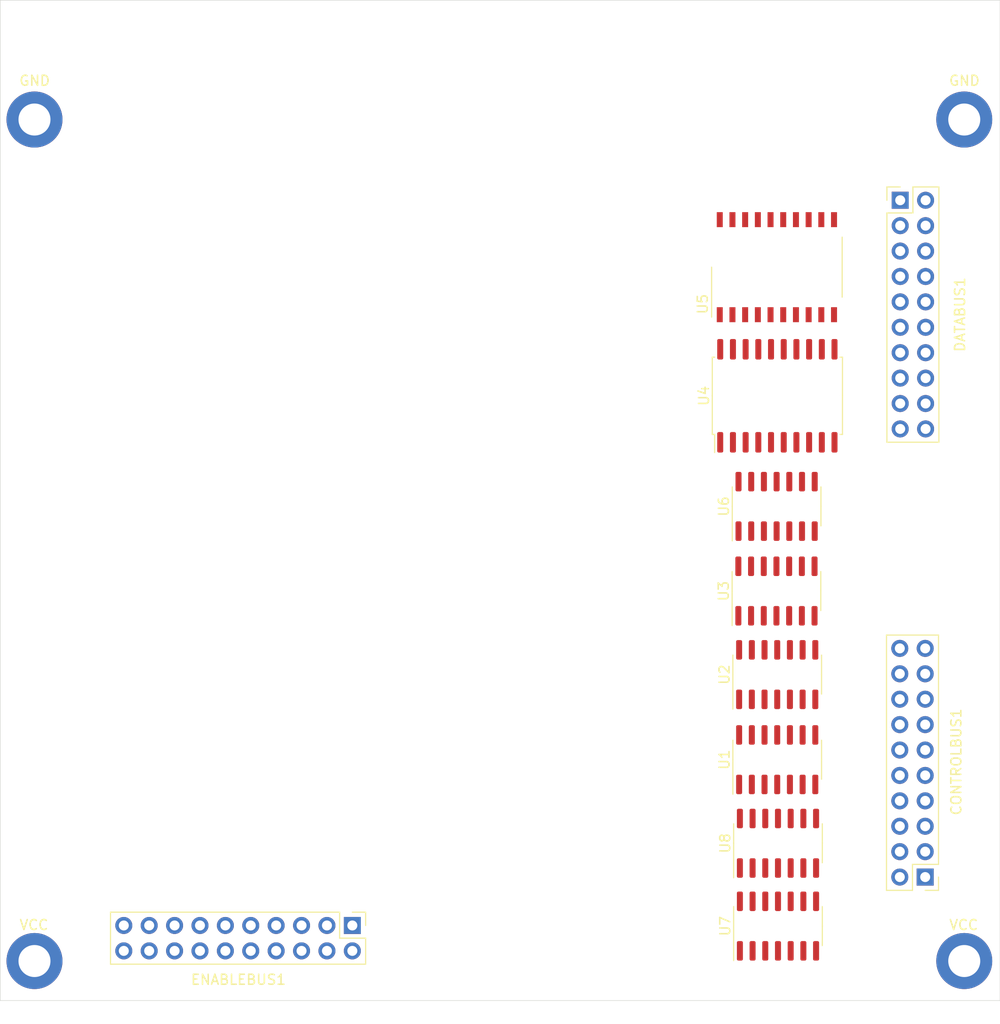
<source format=kicad_pcb>
(kicad_pcb (version 20211014) (generator pcbnew)
  (layers (0 "F.Cu" signal) (1 "In1.Cu" signal) (2 "In2.Cu" signal) (31 "B.Cu" signal) (34 "B.Paste" user) (35 "F.Paste" user) (36 "B.SilkS" user "B.Silkscreen") (37 "F.SilkS" user "F.Silkscreen") (38 "B.Mask" user) (39 "F.Mask" user) (44 "Edge.Cuts" user))
  (net 0 "")
  (net 1 "TASTART")
  (net 2 "PB6ON")
  (net 3 "CNT")
  (net 4 "PB7ON")
  (net 5 "SP")
  (net 6 "TAOUT")
  (net 7 "PHI2")
  (net 8 "TBOUT")
  (net 9 "~{FLAG}")
  (net 10 "SPMODE")
  (net 11 "TOD")
  (net 12 "TODIN")
  (net 13 "TAPULSE")
  (net 14 "ALARM")
  (net 15 "TBPULSE")
  (net 16 "ENABLE_NAND")
  (net 17 "TODIRQ")
  (net 18 "TARUNMODE")
  (net 19 "~{IRQ}")
  (net 20 "~{RES}")
  (net 21 "DZ2")
  (net 22 "DZ6")
  (net 23 "DZ5")
  (net 24 "DZ1")
  (net 25 "DZ3")
  (net 26 "DZ7")
  (net 27 "DZ4")
  (net 28 "DZ0")
  (net 29 "VCC")
  (net 30 "GND")
  (net 31 "D0")
  (net 32 "D1")
  (net 33 "D2")
  (net 34 "D3")
  (net 35 "D4")
  (net 36 "D5")
  (net 37 "D6")
  (net 38 "D7")
  (net 39 "~{EN6}")
  (net 40 "~{EN5}")
  (net 41 "~{EN7}")
  (net 42 "~{EN4}")
  (net 43 "~{EN14}")
  (net 44 "~{EN13}")
  (net 45 "~{EN12}")
  (net 46 "~{EN11}")
  (net 47 "~{EN10}")
  (net 48 "~{EN9}")
  (net 49 "~{EN8}")
  (net 50 "~{EN15}")
  (net 51 "/~{PHI2}")
  (net 75 "Net-(U2-Pad13)")
  (net 76 "/crega/~{WE14}")
  (net 77 "/crega/~{OE14}")
  (net 80 "/TAOUTMODE")
  (net 81 "/TAINMODE")
  (net 82 "Net-(U8-Pad1)")
  (net 87 "/TALOAD")
  (net 103 "Net-(U2-Pad4)")
  (net 104 "/crega/TAUNDERFLOW")
  (net 105 "Net-(U6-Pad1)")
  (net 106 "Net-(U3-Pad5)")
  (net 107 "Net-(U6-Pad11)")
  (net 108 "Net-(U7-Pad2)")
  (footprint "Package_SO:SOIC-14_3.9x8.7mm_P1.27mm" (layer "F.Cu") (at 177.622 104.066 90)
    (fp_text reference "U3" (at 0 -5.28 90) (layer "F.SilkS"))
    (fp_text value "74HC32")
    (fp_line (start 0 -4.435) (end -3.45 -4.435) (layer "F.SilkS") (width 0.12))
    (fp_line (start 0 4.435) (end 1.95 4.435) (layer "F.SilkS") (width 0.12))
    (fp_line (start 0 -4.435) (end 1.95 -4.435) (layer "F.SilkS") (width 0.12))
    (fp_line (start 0 4.435) (end -1.95 4.435) (layer "F.SilkS") (width 0.12))
    (pad "1" smd roundrect locked (at -2.475 -3.81 90) (size 1.95 0.6) (layers "F.Cu" "F.Paste" "F.Mask") (net 43 "~{EN14}"))
    (pad "2" smd roundrect locked (at -2.475 -2.54 90) (size 1.95 0.6) (layers "F.Cu" "F.Paste" "F.Mask") (net 16 "ENABLE_NAND"))
    (pad "3" smd roundrect locked (at -2.475 -1.27 90) (size 1.95 0.6) (layers "F.Cu" "F.Paste" "F.Mask") (net 77 "/crega/~{OE14}"))
    (pad "4" smd roundrect locked (at -2.475 0 90) (size 1.95 0.6) (layers "F.Cu" "F.Paste" "F.Mask") (net 18 "TARUNMODE"))
    (pad "5" smd roundrect locked (at -2.475 1.27 90) (size 1.95 0.6) (layers "F.Cu" "F.Paste" "F.Mask") (net 106 "Net-(U3-Pad5)"))
    (pad "6" smd roundrect locked (at -2.475 2.54 90) (size 1.95 0.6) (layers "F.Cu" "F.Paste" "F.Mask") (net 103 "Net-(U2-Pad4)"))
    (pad "7" smd roundrect locked (at -2.475 3.81 90) (size 1.95 0.6) (layers "F.Cu" "F.Paste" "F.Mask"))
    (pad "8" smd roundrect locked (at 2.475 3.81 90) (size 1.95 0.6) (layers "F.Cu" "F.Paste" "F.Mask"))
    (pad "9" smd roundrect locked (at 2.475 2.54 90) (size 1.95 0.6) (layers "F.Cu" "F.Paste" "F.Mask"))
    (pad "10" smd roundrect locked (at 2.475 1.27 90) (size 1.95 0.6) (layers "F.Cu" "F.Paste" "F.Mask"))
    (pad "11" smd roundrect locked (at 2.475 0 90) (size 1.95 0.6) (layers "F.Cu" "F.Paste" "F.Mask"))
    (pad "12" smd roundrect locked (at 2.475 -1.27 90) (size 1.95 0.6) (layers "F.Cu" "F.Paste" "F.Mask"))
    (pad "13" smd roundrect locked (at 2.475 -2.54 90) (size 1.95 0.6) (layers "F.Cu" "F.Paste" "F.Mask"))
    (pad "14" smd roundrect locked (at 2.475 -3.81 90) (size 1.95 0.6) (layers "F.Cu" "F.Paste" "F.Mask"))
  )
  (footprint "MountingHole:MountingHole_2.2mm_M2_DIN965_Pad" (layer "F.Cu") (at 196.406802 56.930538)
    (fp_text reference "GND1" hide)
    (fp_text value "GND" (at 0.018198 -3.880538 180) (layer "F.SilkS"))
    (pad "GND" thru_hole circle locked (at 0 0) (size 5.6 5.6) (drill 3.2) (layers *.Cu *.Mask) (net 30 "GND"))
  )
  (footprint "MountingHole:MountingHole_2.2mm_M2_DIN965_Pad" (layer "F.Cu") (at 103.406802 56.930538)
    (fp_text reference "GND1" hide)
    (fp_text value "GND" (at 0.018198 -3.880538 180) (layer "F.SilkS"))
    (pad "GND" thru_hole circle locked (at 0 0) (size 5.6 5.6) (drill 3.2) (layers *.Cu *.Mask))
  )
  (footprint "MountingHole:MountingHole_2.2mm_M2_DIN965_Pad" (layer "F.Cu") (at 196.406802 141.055538)
    (fp_text reference "VCC1" hide)
    (fp_text value "VCC" (at -0.056802 -3.605538) (layer "F.SilkS"))
    (pad "VCC" thru_hole circle locked (at 0 0) (size 5.6 5.6) (drill 3.2) (layers *.Cu *.Mask) (net 29 "VCC"))
  )
  (footprint "Package_SO:SOIC-14_3.9x8.7mm_P1.27mm" (layer "F.Cu") (at 177.698 112.42 90)
    (fp_text reference "U2" (at 0 -5.28 90) (layer "F.SilkS"))
    (fp_text value "74HC00")
    (fp_line (start 0 -4.435) (end 1.95 -4.435) (layer "F.SilkS") (width 0.12))
    (fp_line (start 0 4.435) (end -1.95 4.435) (layer "F.SilkS") (width 0.12))
    (fp_line (start 0 -4.435) (end -3.45 -4.435) (layer "F.SilkS") (width 0.12))
    (fp_line (start 0 4.435) (end 1.95 4.435) (layer "F.SilkS") (width 0.12))
    (pad "1" smd roundrect locked (at -2.475 -3.81 90) (size 1.95 0.6) (layers "F.Cu" "F.Paste" "F.Mask") (net 20 "~{RES}"))
    (pad "2" smd roundrect locked (at -2.475 -2.54 90) (size 1.95 0.6) (layers "F.Cu" "F.Paste" "F.Mask") (net 43 "~{EN14}"))
    (pad "3" smd roundrect locked (at -2.475 -1.27 90) (size 1.95 0.6) (layers "F.Cu" "F.Paste" "F.Mask") (net 75 "Net-(U2-Pad13)"))
    (pad "4" smd roundrect locked (at -2.475 0 90) (size 1.95 0.6) (layers "F.Cu" "F.Paste" "F.Mask") (net 103 "Net-(U2-Pad4)"))
    (pad "5" smd roundrect locked (at -2.475 1.27 90) (size 1.95 0.6) (layers "F.Cu" "F.Paste" "F.Mask") (net 104 "/crega/TAUNDERFLOW"))
    (pad "6" smd roundrect locked (at -2.475 2.54 90) (size 1.95 0.6) (layers "F.Cu" "F.Paste" "F.Mask") (net 105 "Net-(U6-Pad1)"))
    (pad "7" smd roundrect locked (at -2.475 3.81 90) (size 1.95 0.6) (layers "F.Cu" "F.Paste" "F.Mask"))
    (pad "8" smd roundrect locked (at 2.475 3.81 90) (size 1.95 0.6) (layers "F.Cu" "F.Paste" "F.Mask"))
    (pad "9" smd roundrect locked (at 2.475 2.54 90) (size 1.95 0.6) (layers "F.Cu" "F.Paste" "F.Mask"))
    (pad "10" smd roundrect locked (at 2.475 1.27 90) (size 1.95 0.6) (layers "F.Cu" "F.Paste" "F.Mask"))
    (pad "11" smd roundrect locked (at 2.475 0 90) (size 1.95 0.6) (layers "F.Cu" "F.Paste" "F.Mask") (net 76 "/crega/~{WE14}"))
    (pad "12" smd roundrect locked (at 2.475 -1.27 90) (size 1.95 0.6) (layers "F.Cu" "F.Paste" "F.Mask") (net 16 "ENABLE_NAND"))
    (pad "13" smd roundrect locked (at 2.475 -2.54 90) (size 1.95 0.6) (layers "F.Cu" "F.Paste" "F.Mask") (net 75 "Net-(U2-Pad13)"))
    (pad "14" smd roundrect locked (at 2.475 -3.81 90) (size 1.95 0.6) (layers "F.Cu" "F.Paste" "F.Mask"))
  )
  (footprint "Package_SO:SOIC-14_3.9x8.7mm_P1.27mm" (layer "F.Cu") (at 177.698 120.927 90)
    (fp_text reference "U1" (at 0 -5.28 90) (layer "F.SilkS"))
    (fp_text value "74HC04")
    (fp_line (start 0 -4.435) (end -3.45 -4.435) (layer "F.SilkS") (width 0.12))
    (fp_line (start 0 4.435) (end 1.95 4.435) (layer "F.SilkS") (width 0.12))
    (fp_line (start 0 -4.435) (end 1.95 -4.435) (layer "F.SilkS") (width 0.12))
    (fp_line (start 0 4.435) (end -1.95 4.435) (layer "F.SilkS") (width 0.12))
    (pad "1" smd roundrect locked (at -2.475 -3.81 90) (size 1.95 0.6) (layers "F.Cu" "F.Paste" "F.Mask") (net 7 "PHI2"))
    (pad "2" smd roundrect locked (at -2.475 -2.54 90) (size 1.95 0.6) (layers "F.Cu" "F.Paste" "F.Mask") (net 51 "/~{PHI2}"))
    (pad "3" smd roundrect locked (at -2.475 -1.27 90) (size 1.95 0.6) (layers "F.Cu" "F.Paste" "F.Mask"))
    (pad "4" smd roundrect locked (at -2.475 0 90) (size 1.95 0.6) (layers "F.Cu" "F.Paste" "F.Mask"))
    (pad "5" smd roundrect locked (at -2.475 1.27 90) (size 1.95 0.6) (layers "F.Cu" "F.Paste" "F.Mask"))
    (pad "6" smd roundrect locked (at -2.475 2.54 90) (size 1.95 0.6) (layers "F.Cu" "F.Paste" "F.Mask"))
    (pad "7" smd roundrect locked (at -2.475 3.81 90) (size 1.95 0.6) (layers "F.Cu" "F.Paste" "F.Mask"))
    (pad "8" smd roundrect locked (at 2.475 3.81 90) (size 1.95 0.6) (layers "F.Cu" "F.Paste" "F.Mask"))
    (pad "9" smd roundrect locked (at 2.475 2.54 90) (size 1.95 0.6) (layers "F.Cu" "F.Paste" "F.Mask"))
    (pad "10" smd roundrect locked (at 2.475 1.27 90) (size 1.95 0.6) (layers "F.Cu" "F.Paste" "F.Mask") (net 82 "Net-(U8-Pad1)"))
    (pad "11" smd roundrect locked (at 2.475 0 90) (size 1.95 0.6) (layers "F.Cu" "F.Paste" "F.Mask") (net 76 "/crega/~{WE14}"))
    (pad "12" smd roundrect locked (at 2.475 -1.27 90) (size 1.95 0.6) (layers "F.Cu" "F.Paste" "F.Mask"))
    (pad "13" smd roundrect locked (at 2.475 -2.54 90) (size 1.95 0.6) (layers "F.Cu" "F.Paste" "F.Mask"))
    (pad "14" smd roundrect locked (at 2.475 -3.81 90) (size 1.95 0.6) (layers "F.Cu" "F.Paste" "F.Mask"))
  )
  (footprint "Connector_PinHeader_2.54mm:PinHeader_2x10_P2.54mm_Vertical" (layer "F.Cu") (at 190 65)
    (fp_text reference "DATABUS1" (at 5.979405 11.433523 90) (layer "F.SilkS"))
    (fp_text value "Conn_02x10_Odd_Even")
    (fp_line (start 3.87 -1.33) (end 3.87 24.19) (layer "F.SilkS") (width 0.12))
    (fp_line (start -1.33 0) (end -1.33 -1.33) (layer "F.SilkS") (width 0.12))
    (fp_line (start -1.33 1.27) (end 1.27 1.27) (layer "F.SilkS") (width 0.12))
    (fp_line (start 1.27 -1.33) (end 3.87 -1.33) (layer "F.SilkS") (width 0.12))
    (fp_line (start -1.33 -1.33) (end 0 -1.33) (layer "F.SilkS") (width 0.12))
    (fp_line (start -1.33 1.27) (end -1.33 24.19) (layer "F.SilkS") (width 0.12))
    (fp_line (start 1.27 1.27) (end 1.27 -1.33) (layer "F.SilkS") (width 0.12))
    (fp_line (start -1.33 24.19) (end 3.87 24.19) (layer "F.SilkS") (width 0.12))
    (pad "1" thru_hole rect locked (at 0 0) (size 1.7 1.7) (drill 1) (layers *.Cu *.Mask) (net 38 "D7"))
    (pad "2" thru_hole oval locked (at 2.54 0) (size 1.7 1.7) (drill 1) (layers *.Cu *.Mask) (net 37 "D6"))
    (pad "3" thru_hole oval locked (at 0 2.54) (size 1.7 1.7) (drill 1) (layers *.Cu *.Mask) (net 36 "D5"))
    (pad "4" thru_hole oval locked (at 2.54 2.54) (size 1.7 1.7) (drill 1) (layers *.Cu *.Mask) (net 35 "D4"))
    (pad "5" thru_hole oval locked (at 0 5.08) (size 1.7 1.7) (drill 1) (layers *.Cu *.Mask) (net 34 "D3"))
    (pad "6" thru_hole oval locked (at 2.54 5.08) (size 1.7 1.7) (drill 1) (layers *.Cu *.Mask) (net 33 "D2"))
    (pad "7" thru_hole oval locked (at 0 7.62) (size 1.7 1.7) (drill 1) (layers *.Cu *.Mask) (net 32 "D1"))
    (pad "8" thru_hole oval locked (at 2.54 7.62) (size 1.7 1.7) (drill 1) (layers *.Cu *.Mask) (net 31 "D0"))
    (pad "9" thru_hole oval locked (at 0 10.16) (size 1.7 1.7) (drill 1) (layers *.Cu *.Mask) (net 29 "VCC"))
    (pad "10" thru_hole oval locked (at 2.54 10.16) (size 1.7 1.7) (drill 1) (layers *.Cu *.Mask) (net 30 "GND"))
    (pad "11" thru_hole oval locked (at 0 12.7) (size 1.7 1.7) (drill 1) (layers *.Cu *.Mask) (net 29 "VCC"))
    (pad "12" thru_hole oval locked (at 2.54 12.7) (size 1.7 1.7) (drill 1) (layers *.Cu *.Mask) (net 30 "GND"))
    (pad "13" thru_hole oval locked (at 0 15.24) (size 1.7 1.7) (drill 1) (layers *.Cu *.Mask) (net 28 "DZ0"))
    (pad "14" thru_hole oval locked (at 2.54 15.24) (size 1.7 1.7) (drill 1) (layers *.Cu *.Mask) (net 27 "DZ4"))
    (pad "15" thru_hole oval locked (at 0 17.78) (size 1.7 1.7) (drill 1) (layers *.Cu *.Mask) (net 26 "DZ7"))
    (pad "16" thru_hole oval locked (at 2.54 17.78) (size 1.7 1.7) (drill 1) (layers *.Cu *.Mask) (net 25 "DZ3"))
    (pad "17" thru_hole oval locked (at 0 20.32) (size 1.7 1.7) (drill 1) (layers *.Cu *.Mask) (net 24 "DZ1"))
    (pad "18" thru_hole oval locked (at 2.54 20.32) (size 1.7 1.7) (drill 1) (layers *.Cu *.Mask) (net 23 "DZ5"))
    (pad "19" thru_hole oval locked (at 0 22.86) (size 1.7 1.7) (drill 1) (layers *.Cu *.Mask) (net 22 "DZ6"))
    (pad "20" thru_hole oval locked (at 2.54 22.86) (size 1.7 1.7) (drill 1) (layers *.Cu *.Mask) (net 21 "DZ2"))
  )
  (footprint "Package_SO:SO-20_12.8x7.5mm_P1.27mm" (layer "F.Cu") (at 177.665 71.689 90)
    (fp_text reference "U5" (at -3.69 -7.42 90) (layer "F.SilkS"))
    (fp_text value "74HC244")
    (fp_line (start -5 -6.53) (end 0 -6.53) (layer "F.SilkS") (width 0.12))
    (fp_line (start -3 6.53) (end 3 6.53) (layer "F.SilkS") (width 0.12))
    (pad "1" smd rect locked (at -4.75 -5.715 90) (size 1.5 0.6) (layers "F.Cu" "F.Paste" "F.Mask") (net 77 "/crega/~{OE14}"))
    (pad "2" smd rect locked (at -4.75 -4.445 90) (size 1.5 0.6) (layers "F.Cu" "F.Paste" "F.Mask") (net 1 "TASTART"))
    (pad "3" smd rect locked (at -4.75 -3.175 90) (size 1.5 0.6) (layers "F.Cu" "F.Paste" "F.Mask") (net 35 "D4"))
    (pad "4" smd rect locked (at -4.75 -1.905 90) (size 1.5 0.6) (layers "F.Cu" "F.Paste" "F.Mask") (net 2 "PB6ON"))
    (pad "5" smd rect locked (at -4.75 -0.635 90) (size 1.5 0.6) (layers "F.Cu" "F.Paste" "F.Mask") (net 36 "D5"))
    (pad "6" smd rect locked (at -4.75 0.635 90) (size 1.5 0.6) (layers "F.Cu" "F.Paste" "F.Mask") (net 80 "/TAOUTMODE"))
    (pad "7" smd rect locked (at -4.75 1.905 90) (size 1.5 0.6) (layers "F.Cu" "F.Paste" "F.Mask") (net 37 "D6"))
    (pad "8" smd rect locked (at -4.75 3.175 90) (size 1.5 0.6) (layers "F.Cu" "F.Paste" "F.Mask") (net 18 "TARUNMODE"))
    (pad "9" smd rect locked (at -4.75 4.445 90) (size 1.5 0.6) (layers "F.Cu" "F.Paste" "F.Mask") (net 38 "D7"))
    (pad "10" smd rect locked (at -4.75 5.715 90) (size 1.5 0.6) (layers "F.Cu" "F.Paste" "F.Mask") (net 30 "GND"))
    (pad "11" smd rect locked (at 4.75 5.715 90) (size 1.5 0.6) (layers "F.Cu" "F.Paste" "F.Mask") (net 12 "TODIN"))
    (pad "12" smd rect locked (at 4.75 4.445 90) (size 1.5 0.6) (layers "F.Cu" "F.Paste" "F.Mask") (net 34 "D3"))
    (pad "13" smd rect locked (at 4.75 3.175 90) (size 1.5 0.6) (layers "F.Cu" "F.Paste" "F.Mask") (net 10 "SPMODE"))
    (pad "14" smd rect locked (at 4.75 1.905 90) (size 1.5 0.6) (layers "F.Cu" "F.Paste" "F.Mask") (net 33 "D2"))
    (pad "15" smd rect locked (at 4.75 0.635 90) (size 1.5 0.6) (layers "F.Cu" "F.Paste" "F.Mask") (net 81 "/TAINMODE"))
    (pad "16" smd rect locked (at 4.75 -0.635 90) (size 1.5 0.6) (layers "F.Cu" "F.Paste" "F.Mask") (net 32 "D1"))
    (pad "17" smd rect locked (at 4.75 -1.905 90) (size 1.5 0.6) (layers "F.Cu" "F.Paste" "F.Mask") (net 30 "GND"))
    (pad "18" smd rect locked (at 4.75 -3.175 90) (size 1.5 0.6) (layers "F.Cu" "F.Paste" "F.Mask") (net 31 "D0"))
    (pad "19" smd rect locked (at 4.75 -4.445 90) (size 1.5 0.6) (layers "F.Cu" "F.Paste" "F.Mask") (net 77 "/crega/~{OE14}"))
    (pad "20" smd rect locked (at 4.75 -5.715 90) (size 1.5 0.6) (layers "F.Cu" "F.Paste" "F.Mask") (net 29 "VCC"))
  )
  (footprint "Connector_PinHeader_2.54mm:PinHeader_2x10_P2.54mm_Vertical" (layer "F.Cu") (at 192.5 132.66 180)
    (fp_text reference "CONTROLBUS1" (at -3.106867 11.512027 270) (layer "F.SilkS"))
    (fp_text value "Conn_02x10_Odd_Even")
    (fp_line (start 3.87 -1.33) (end 3.87 24.19) (layer "F.SilkS") (width 0.12))
    (fp_line (start -1.33 24.19) (end 3.87 24.19) (layer "F.SilkS") (width 0.12))
    (fp_line (start 1.27 1.27) (end 1.27 -1.33) (layer "F.SilkS") (width 0.12))
    (fp_line (start -1.33 -1.33) (end 0 -1.33) (layer "F.SilkS") (width 0.12))
    (fp_line (start 1.27 -1.33) (end 3.87 -1.33) (layer "F.SilkS") (width 0.12))
    (fp_line (start -1.33 0) (end -1.33 -1.33) (layer "F.SilkS") (width 0.12))
    (fp_line (start -1.33 1.27) (end -1.33 24.19) (layer "F.SilkS") (width 0.12))
    (fp_line (start -1.33 1.27) (end 1.27 1.27) (layer "F.SilkS") (width 0.12))
    (pad "1" thru_hole rect locked (at 0 0 180) (size 1.7 1.7) (drill 1) (layers *.Cu *.Mask) (net 1 "TASTART"))
    (pad "2" thru_hole oval locked (at 2.54 0 180) (size 1.7 1.7) (drill 1) (layers *.Cu *.Mask) (net 2 "PB6ON"))
    (pad "3" thru_hole oval locked (at 0 2.54 180) (size 1.7 1.7) (drill 1) (layers *.Cu *.Mask) (net 3 "CNT"))
    (pad "4" thru_hole oval locked (at 2.54 2.54 180) (size 1.7 1.7) (drill 1) (layers *.Cu *.Mask) (net 4 "PB7ON"))
    (pad "5" thru_hole oval locked (at 0 5.08 180) (size 1.7 1.7) (drill 1) (layers *.Cu *.Mask) (net 5 "SP"))
    (pad "6" thru_hole oval locked (at 2.54 5.08 180) (size 1.7 1.7) (drill 1) (layers *.Cu *.Mask) (net 6 "TAOUT"))
    (pad "7" thru_hole oval locked (at 0 7.62 180) (size 1.7 1.7) (drill 1) (layers *.Cu *.Mask) (net 7 "PHI2"))
    (pad "8" thru_hole oval locked (at 2.54 7.62 180) (size 1.7 1.7) (drill 1) (layers *.Cu *.Mask) (net 8 "TBOUT"))
    (pad "9" thru_hole oval locked (at 0 10.16 180) (size 1.7 1.7) (drill 1) (layers *.Cu *.Mask) (net 9 "~{FLAG}"))
    (pad "10" thru_hole oval locked (at 2.54 10.16 180) (size 1.7 1.7) (drill 1) (layers *.Cu *.Mask) (net 10 "SPMODE"))
    (pad "11" thru_hole oval locked (at 0 12.7 180) (size 1.7 1.7) (drill 1) (layers *.Cu *.Mask) (net 11 "TOD"))
    (pad "12" thru_hole oval locked (at 2.54 12.7 180) (size 1.7 1.7) (drill 1) (layers *.Cu *.Mask) (net 12 "TODIN"))
    (pad "13" thru_hole oval locked (at 0 15.24 180) (size 1.7 1.7) (drill 1) (layers *.Cu *.Mask) (net 13 "TAPULSE"))
    (pad "14" thru_hole oval locked (at 2.54 15.24 180) (size 1.7 1.7) (drill 1) (layers *.Cu *.Mask) (net 14 "ALARM"))
    (pad "15" thru_hole oval locked (at 0 17.78 180) (size 1.7 1.7) (drill 1) (layers *.Cu *.Mask) (net 15 "TBPULSE"))
    (pad "16" thru_hole oval locked (at 2.54 17.78 180) (size 1.7 1.7) (drill 1) (layers *.Cu *.Mask) (net 16 "ENABLE_NAND"))
    (pad "17" thru_hole oval locked (at 0 20.32 180) (size 1.7 1.7) (drill 1) (layers *.Cu *.Mask) (net 17 "TODIRQ"))
    (pad "18" thru_hole oval locked (at 2.54 20.32 180) (size 1.7 1.7) (drill 1) (layers *.Cu *.Mask) (net 18 "TARUNMODE"))
    (pad "19" thru_hole oval locked (at 0 22.86 180) (size 1.7 1.7) (drill 1) (layers *.Cu *.Mask) (net 19 "~{IRQ}"))
    (pad "20" thru_hole oval locked (at 2.54 22.86 180) (size 1.7 1.7) (drill 1) (layers *.Cu *.Mask) (net 20 "~{RES}"))
  )
  (footprint "MountingHole:MountingHole_2.2mm_M2_DIN965_Pad" (layer "F.Cu") (at 103.406802 141.055538)
    (fp_text reference "VCC1" hide)
    (fp_text value "VCC" (at -0.056802 -3.605538) (layer "F.SilkS"))
    (pad "VCC" thru_hole circle locked (at 0 0) (size 5.6 5.6) (drill 3.2) (layers *.Cu *.Mask))
  )
  (footprint "Package_SO:SO-14_3.9x8.65mm_P1.27mm" (layer "F.Cu") (at 177.637 95.604 90)
    (fp_text reference "U6" (at 0 -5.28 90) (layer "F.SilkS"))
    (fp_text value "74HC74")
    (fp_line (start 0 -4.435) (end -3.45 -4.435) (layer "F.SilkS") (width 0.12))
    (fp_line (start 0 4.435) (end 1.95 4.435) (layer "F.SilkS") (width 0.12))
    (fp_line (start 0 4.435) (end -1.95 4.435) (layer "F.SilkS") (width 0.12))
    (fp_line (start 0 -4.435) (end 1.95 -4.435) (layer "F.SilkS") (width 0.12))
    (pad "1" smd roundrect locked (at -2.475 -3.81 90) (size 1.95 0.6) (layers "F.Cu" "F.Paste" "F.Mask") (net 105 "Net-(U6-Pad1)"))
    (pad "2" smd roundrect locked (at -2.475 -2.54 90) (size 1.95 0.6) (layers "F.Cu" "F.Paste" "F.Mask") (net 28 "DZ0"))
    (pad "3" smd roundrect locked (at -2.475 -1.27 90) (size 1.95 0.6) (layers "F.Cu" "F.Paste" "F.Mask") (net 107 "Net-(U6-Pad11)"))
    (pad "4" smd roundrect locked (at -2.475 0 90) (size 1.95 0.6) (layers "F.Cu" "F.Paste" "F.Mask") (net 29 "VCC"))
    (pad "5" smd roundrect locked (at -2.475 1.27 90) (size 1.95 0.6) (layers "F.Cu" "F.Paste" "F.Mask") (net 1 "TASTART"))
    (pad "6" smd roundrect locked (at -2.475 2.54 90) (size 1.95 0.6) (layers "F.Cu" "F.Paste" "F.Mask"))
    (pad "7" smd roundrect locked (at -2.475 3.81 90) (size 1.95 0.6) (layers "F.Cu" "F.Paste" "F.Mask"))
    (pad "8" smd roundrect locked (at 2.475 3.81 90) (size 1.95 0.6) (layers "F.Cu" "F.Paste" "F.Mask"))
    (pad "9" smd roundrect locked (at 2.475 2.54 90) (size 1.95 0.6) (layers "F.Cu" "F.Paste" "F.Mask") (net 108 "Net-(U7-Pad2)"))
    (pad "10" smd roundrect locked (at 2.475 1.27 90) (size 1.95 0.6) (layers "F.Cu" "F.Paste" "F.Mask") (net 29 "VCC"))
    (pad "11" smd roundrect locked (at 2.475 0 90) (size 1.95 0.6) (layers "F.Cu" "F.Paste" "F.Mask") (net 107 "Net-(U6-Pad11)"))
    (pad "12" smd roundrect locked (at 2.475 -1.27 90) (size 1.95 0.6) (layers "F.Cu" "F.Paste" "F.Mask") (net 27 "DZ4"))
    (pad "13" smd roundrect locked (at 2.475 -2.54 90) (size 1.95 0.6) (layers "F.Cu" "F.Paste" "F.Mask") (net 51 "/~{PHI2}"))
    (pad "14" smd roundrect locked (at 2.475 -3.81 90) (size 1.95 0.6) (layers "F.Cu" "F.Paste" "F.Mask"))
  )
  (footprint "Package_SO:SO-14_3.9x8.65mm_P1.27mm" (layer "F.Cu") (at 177.774 129.282 90)
    (fp_text reference "U8" (at 0 -5.28 90) (layer "F.SilkS"))
    (fp_text value "74HC08")
    (fp_line (start 0 -4.435) (end 1.95 -4.435) (layer "F.SilkS") (width 0.12))
    (fp_line (start 0 4.435) (end -1.95 4.435) (layer "F.SilkS") (width 0.12))
    (fp_line (start 0 -4.435) (end -3.45 -4.435) (layer "F.SilkS") (width 0.12))
    (fp_line (start 0 4.435) (end 1.95 4.435) (layer "F.SilkS") (width 0.12))
    (pad "1" smd roundrect locked (at -2.475 -3.81 90) (size 1.95 0.6) (layers "F.Cu" "F.Paste" "F.Mask") (net 82 "Net-(U8-Pad1)"))
    (pad "2" smd roundrect locked (at -2.475 -2.54 90) (size 1.95 0.6) (layers "F.Cu" "F.Paste" "F.Mask") (net 7 "PHI2"))
    (pad "3" smd roundrect locked (at -2.475 -1.27 90) (size 1.95 0.6) (layers "F.Cu" "F.Paste" "F.Mask") (net 107 "Net-(U6-Pad11)"))
    (pad "4" smd roundrect locked (at -2.475 0 90) (size 1.95 0.6) (layers "F.Cu" "F.Paste" "F.Mask"))
    (pad "5" smd roundrect locked (at -2.475 1.27 90) (size 1.95 0.6) (layers "F.Cu" "F.Paste" "F.Mask"))
    (pad "6" smd roundrect locked (at -2.475 2.54 90) (size 1.95 0.6) (layers "F.Cu" "F.Paste" "F.Mask"))
    (pad "7" smd roundrect locked (at -2.475 3.81 90) (size 1.95 0.6) (layers "F.Cu" "F.Paste" "F.Mask"))
    (pad "8" smd roundrect locked (at 2.475 3.81 90) (size 1.95 0.6) (layers "F.Cu" "F.Paste" "F.Mask"))
    (pad "9" smd roundrect locked (at 2.475 2.54 90) (size 1.95 0.6) (layers "F.Cu" "F.Paste" "F.Mask"))
    (pad "10" smd roundrect locked (at 2.475 1.27 90) (size 1.95 0.6) (layers "F.Cu" "F.Paste" "F.Mask"))
    (pad "11" smd roundrect locked (at 2.475 0 90) (size 1.95 0.6) (layers "F.Cu" "F.Paste" "F.Mask"))
    (pad "12" smd roundrect locked (at 2.475 -1.27 90) (size 1.95 0.6) (layers "F.Cu" "F.Paste" "F.Mask"))
    (pad "13" smd roundrect locked (at 2.475 -2.54 90) (size 1.95 0.6) (layers "F.Cu" "F.Paste" "F.Mask"))
    (pad "14" smd roundrect locked (at 2.475 -3.81 90) (size 1.95 0.6) (layers "F.Cu" "F.Paste" "F.Mask"))
  )
  (footprint "Package_SO:SOIC-20W_7.5x12.8mm_P1.27mm" (layer "F.Cu") (at 177.713 84.547 90)
    (fp_text reference "U4" (at 0 -7.35 90) (layer "F.SilkS"))
    (fp_text value "74HC377")
    (fp_line (start -3.86 6.51) (end -3.86 6.275) (layer "F.SilkS") (width 0.12))
    (fp_line (start 3.86 6.51) (end 3.86 6.275) (layer "F.SilkS") (width 0.12))
    (fp_line (start 0 -6.51) (end -3.86 -6.51) (layer "F.SilkS") (width 0.12))
    (fp_line (start 3.86 -6.51) (end 3.86 -6.275) (layer "F.SilkS") (width 0.12))
    (fp_line (start -3.86 -6.275) (end -5.675 -6.275) (layer "F.SilkS") (width 0.12))
    (fp_line (start 0 6.51) (end 3.86 6.51) (layer "F.SilkS") (width 0.12))
    (fp_line (start 0 -6.51) (end 3.86 -6.51) (layer "F.SilkS") (width 0.12))
    (fp_line (start -3.86 -6.51) (end -3.86 -6.275) (layer "F.SilkS") (width 0.12))
    (fp_line (start 0 6.51) (end -3.86 6.51) (layer "F.SilkS") (width 0.12))
    (pad "1" smd roundrect locked (at -4.65 -5.715 90) (size 2.05 0.6) (layers "F.Cu" "F.Paste" "F.Mask") (net 76 "/crega/~{WE14}"))
    (pad "2" smd roundrect locked (at -4.65 -4.445 90) (size 2.05 0.6) (layers "F.Cu" "F.Paste" "F.Mask"))
    (pad "3" smd roundrect locked (at -4.65 -3.175 90) (size 2.05 0.6) (layers "F.Cu" "F.Paste" "F.Mask") (net 29 "VCC"))
    (pad "4" smd roundrect locked (at -4.65 -1.905 90) (size 2.05 0.6) (layers "F.Cu" "F.Paste" "F.Mask") (net 24 "DZ1"))
    (pad "5" smd roundrect locked (at -4.65 -0.635 90) (size 2.05 0.6) (layers "F.Cu" "F.Paste" "F.Mask") (net 2 "PB6ON"))
    (pad "6" smd roundrect locked (at -4.65 0.635 90) (size 2.05 0.6) (layers "F.Cu" "F.Paste" "F.Mask") (net 80 "/TAOUTMODE"))
    (pad "7" smd roundrect locked (at -4.65 1.905 90) (size 2.05 0.6) (layers "F.Cu" "F.Paste" "F.Mask") (net 21 "DZ2"))
    (pad "8" smd roundrect locked (at -4.65 3.175 90) (size 2.05 0.6) (layers "F.Cu" "F.Paste" "F.Mask") (net 25 "DZ3"))
    (pad "9" smd roundrect locked (at -4.65 4.445 90) (size 2.05 0.6) (layers "F.Cu" "F.Paste" "F.Mask") (net 18 "TARUNMODE"))
    (pad "10" smd roundrect locked (at -4.65 5.715 90) (size 2.05 0.6) (layers "F.Cu" "F.Paste" "F.Mask") (net 30 "GND"))
    (pad "11" smd roundrect locked (at 4.65 5.715 90) (size 2.05 0.6) (layers "F.Cu" "F.Paste" "F.Mask") (net 51 "/~{PHI2}"))
    (pad "12" smd roundrect locked (at 4.65 4.445 90) (size 2.05 0.6) (layers "F.Cu" "F.Paste" "F.Mask"))
    (pad "13" smd roundrect locked (at 4.65 3.175 90) (size 2.05 0.6) (layers "F.Cu" "F.Paste" "F.Mask") (net 29 "VCC"))
    (pad "14" smd roundrect locked (at 4.65 1.905 90) (size 2.05 0.6) (layers "F.Cu" "F.Paste" "F.Mask") (net 23 "DZ5"))
    (pad "15" smd roundrect locked (at 4.65 0.635 90) (size 2.05 0.6) (layers "F.Cu" "F.Paste" "F.Mask") (net 81 "/TAINMODE"))
    (pad "16" smd roundrect locked (at 4.65 -0.635 90) (size 2.05 0.6) (layers "F.Cu" "F.Paste" "F.Mask") (net 10 "SPMODE"))
    (pad "17" smd roundrect locked (at 4.65 -1.905 90) (size 2.05 0.6) (layers "F.Cu" "F.Paste" "F.Mask") (net 22 "DZ6"))
    (pad "18" smd roundrect locked (at 4.65 -3.175 90) (size 2.05 0.6) (layers "F.Cu" "F.Paste" "F.Mask") (net 26 "DZ7"))
    (pad "19" smd roundrect locked (at 4.65 -4.445 90) (size 2.05 0.6) (layers "F.Cu" "F.Paste" "F.Mask") (net 12 "TODIN"))
    (pad "20" smd roundrect locked (at 4.65 -5.715 90) (size 2.05 0.6) (layers "F.Cu" "F.Paste" "F.Mask") (net 29 "VCC"))
  )
  (footprint "Connector_PinHeader_2.54mm:PinHeader_2x10_P2.54mm_Vertical" (layer "F.Cu") (at 135.2 137.5 -90)
    (fp_text reference "ENABLEBUS1" (at 5.421035 11.393898 180) (layer "F.SilkS"))
    (fp_text value "Conn_02x10_Odd_Even")
    (fp_line (start -1.33 0) (end -1.33 -1.33) (layer "F.SilkS") (width 0.12))
    (fp_line (start -1.33 24.19) (end 3.87 24.19) (layer "F.SilkS") (width 0.12))
    (fp_line (start -1.33 -1.33) (end 0 -1.33) (layer "F.SilkS") (width 0.12))
    (fp_line (start -1.33 1.27) (end 1.27 1.27) (layer "F.SilkS") (width 0.12))
    (fp_line (start 3.87 -1.33) (end 3.87 24.19) (layer "F.SilkS") (width 0.12))
    (fp_line (start 1.27 1.27) (end 1.27 -1.33) (layer "F.SilkS") (width 0.12))
    (fp_line (start 1.27 -1.33) (end 3.87 -1.33) (layer "F.SilkS") (width 0.12))
    (fp_line (start -1.33 1.27) (end -1.33 24.19) (layer "F.SilkS") (width 0.12))
    (pad "1" thru_hole rect locked (at 0 0 270) (size 1.7 1.7) (drill 1) (layers *.Cu *.Mask) (net 39 "~{EN6}"))
    (pad "2" thru_hole oval locked (at 2.54 0 270) (size 1.7 1.7) (drill 1) (layers *.Cu *.Mask) (net 40 "~{EN5}"))
    (pad "3" thru_hole oval locked (at 0 2.54 270) (size 1.7 1.7) (drill 1) (layers *.Cu *.Mask) (net 41 "~{EN7}"))
    (pad "4" thru_hole oval locked (at 2.54 2.54 270) (size 1.7 1.7) (drill 1) (layers *.Cu *.Mask) (net 42 "~{EN4}"))
    (pad "5" thru_hole oval locked (at 0 5.08 270) (size 1.7 1.7) (drill 1) (layers *.Cu *.Mask) (net 43 "~{EN14}"))
    (pad "6" thru_hole oval locked (at 2.54 5.08 270) (size 1.7 1.7) (drill 1) (layers *.Cu *.Mask) (net 29 "VCC"))
    (pad "7" thru_hole oval locked (at 0 7.62 270) (size 1.7 1.7) (drill 1) (layers *.Cu *.Mask) (net 44 "~{EN13}"))
    (pad "8" thru_hole oval locked (at 2.54 7.62 270) (size 1.7 1.7) (drill 1) (layers *.Cu *.Mask) (net 29 "VCC"))
    (pad "9" thru_hole oval locked (at 0 10.16 270) (size 1.7 1.7) (drill 1) (layers *.Cu *.Mask) (net 45 "~{EN12}"))
    (pad "10" thru_hole oval locked (at 2.54 10.16 270) (size 1.7 1.7) (drill 1) (layers *.Cu *.Mask) (net 29 "VCC"))
    (pad "11" thru_hole oval locked (at 0 12.7 270) (size 1.7 1.7) (drill 1) (layers *.Cu *.Mask) (net 46 "~{EN11}"))
    (pad "12" thru_hole oval locked (at 2.54 12.7 270) (size 1.7 1.7) (drill 1) (layers *.Cu *.Mask) (net 29 "VCC"))
    (pad "13" thru_hole oval locked (at 0 15.24 270) (size 1.7 1.7) (drill 1) (layers *.Cu *.Mask) (net 47 "~{EN10}"))
    (pad "14" thru_hole oval locked (at 2.54 15.24 270) (size 1.7 1.7) (drill 1) (layers *.Cu *.Mask) (net 30 "GND"))
    (pad "15" thru_hole oval locked (at 0 17.78 270) (size 1.7 1.7) (drill 1) (layers *.Cu *.Mask) (net 48 "~{EN9}"))
    (pad "16" thru_hole oval locked (at 2.54 17.78 270) (size 1.7 1.7) (drill 1) (layers *.Cu *.Mask) (net 30 "GND"))
    (pad "17" thru_hole oval locked (at 0 20.32 270) (size 1.7 1.7) (drill 1) (layers *.Cu *.Mask) (net 49 "~{EN8}"))
    (pad "18" thru_hole oval locked (at 2.54 20.32 270) (size 1.7 1.7) (drill 1) (layers *.Cu *.Mask) (net 30 "GND"))
    (pad "19" thru_hole oval locked (at 0 22.86 270) (size 1.7 1.7) (drill 1) (layers *.Cu *.Mask) (net 50 "~{EN15}"))
    (pad "20" thru_hole oval locked (at 2.54 22.86 270) (size 1.7 1.7) (drill 1) (layers *.Cu *.Mask) (net 30 "GND"))
  )
  (footprint "Package_SO:SO-14_3.9x8.65mm_P1.27mm" (layer "F.Cu") (at 177.774 137.56 90)
    (fp_text reference "U7" (at 0 -5.28 90) (layer "F.SilkS"))
    (fp_text value "74HC74")
    (fp_line (start 0 4.435) (end -1.95 4.435) (layer "F.SilkS") (width 0.12))
    (fp_line (start 0 -4.435) (end -3.45 -4.435) (layer "F.SilkS") (width 0.12))
    (fp_line (start 0 4.435) (end 1.95 4.435) (layer "F.SilkS") (width 0.12))
    (fp_line (start 0 -4.435) (end 1.95 -4.435) (layer "F.SilkS") (width 0.12))
    (pad "1" smd roundrect locked (at -2.475 -3.81 90) (size 1.95 0.6) (layers "F.Cu" "F.Paste" "F.Mask") (net 29 "VCC"))
    (pad "2" smd roundrect locked (at -2.475 -2.54 90) (size 1.95 0.6) (layers "F.Cu" "F.Paste" "F.Mask") (net 108 "Net-(U7-Pad2)"))
    (pad "3" smd roundrect locked (at -2.475 -1.27 90) (size 1.95 0.6) (layers "F.Cu" "F.Paste" "F.Mask") (net 7 "PHI2"))
    (pad "4" smd roundrect locked (at -2.475 0 90) (size 1.95 0.6) (layers "F.Cu" "F.Paste" "F.Mask") (net 29 "VCC"))
    (pad "5" smd roundrect locked (at -2.475 1.27 90) (size 1.95 0.6) (layers "F.Cu" "F.Paste" "F.Mask") (net 87 "/TALOAD"))
    (pad "6" smd roundrect locked (at -2.475 2.54 90) (size 1.95 0.6) (layers "F.Cu" "F.Paste" "F.Mask"))
    (pad "7" smd roundrect locked (at -2.475 3.81 90) (size 1.95 0.6) (layers "F.Cu" "F.Paste" "F.Mask"))
    (pad "8" smd roundrect locked (at 2.475 3.81 90) (size 1.95 0.6) (layers "F.Cu" "F.Paste" "F.Mask"))
    (pad "9" smd roundrect locked (at 2.475 2.54 90) (size 1.95 0.6) (layers "F.Cu" "F.Paste" "F.Mask") (net 106 "Net-(U3-Pad5)"))
    (pad "10" smd roundrect locked (at 2.475 1.27 90) (size 1.95 0.6) (layers "F.Cu" "F.Paste" "F.Mask") (net 29 "VCC"))
    (pad "11" smd roundrect locked (at 2.475 0 90) (size 1.95 0.6) (layers "F.Cu" "F.Paste" "F.Mask") (net 7 "PHI2"))
    (pad "12" smd roundrect locked (at 2.475 -1.27 90) (size 1.95 0.6) (layers "F.Cu" "F.Paste" "F.Mask") (net 18 "TARUNMODE"))
    (pad "13" smd roundrect locked (at 2.475 -2.54 90) (size 1.95 0.6) (layers "F.Cu" "F.Paste" "F.Mask") (net 29 "VCC"))
    (pad "14" smd roundrect locked (at 2.475 -3.81 90) (size 1.95 0.6) (layers "F.Cu" "F.Paste" "F.Mask"))
  )
  (gr_line (start 199.981802 45.005538) (end 99.981802 45.005538) (layer "Edge.Cuts") (width 0.05))
  (gr_line (start 99.981802 145.005538) (end 199.981802 145.005538) (layer "Edge.Cuts") (width 0.05))
  (gr_line (start 99.981802 45.005538) (end 99.981802 145.005538) (layer "Edge.Cuts") (width 0.05))
  (gr_line (start 199.981802 145.005538) (end 199.981802 45.005538) (layer "Edge.Cuts") (width 0.05))
)
</source>
